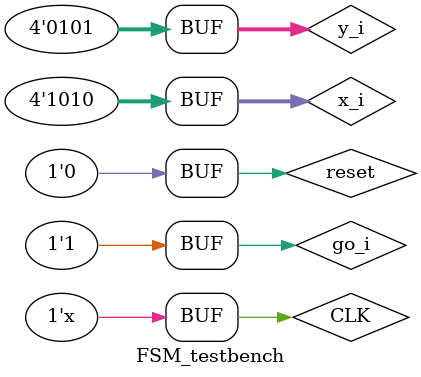
<source format=v>
`timescale 1ns / 1ps


module FSM_testbench;

	// Inputs
	reg [3:0] x_i;
	reg [3:0] y_i;
	reg go_i;
	reg reset;
	reg CLK;

	// Outputs
	wire [3:0] d_o;

	// Instantiate the Unit Under Test (UUT)
	FSM uut (
		.x_i(x_i), 
		.y_i(y_i), 
		.go_i(go_i), 
		.reset(reset), 
		.d_o(d_o), 
		.CLK(CLK)
	);
	
	// Clock Generator
	always begin
		CLK = ~CLK;
		#5;
	end

	initial begin
		// Initialize Inputs
		x_i = 0;
		y_i = 0;
		go_i = 0;
		reset = 0;
		CLK = 0;

		// Wait 100 ns for global reset to finish
		#100;
        
		// Add stimulus here
		x_i = 15;
		y_i = 3;
		#20;
		go_i = 1;
		#20;
		reset = 1;
		#20;
		reset = 0;
		x_i = 10;
		y_i = 5;
		#20;

	end
      
endmodule


</source>
